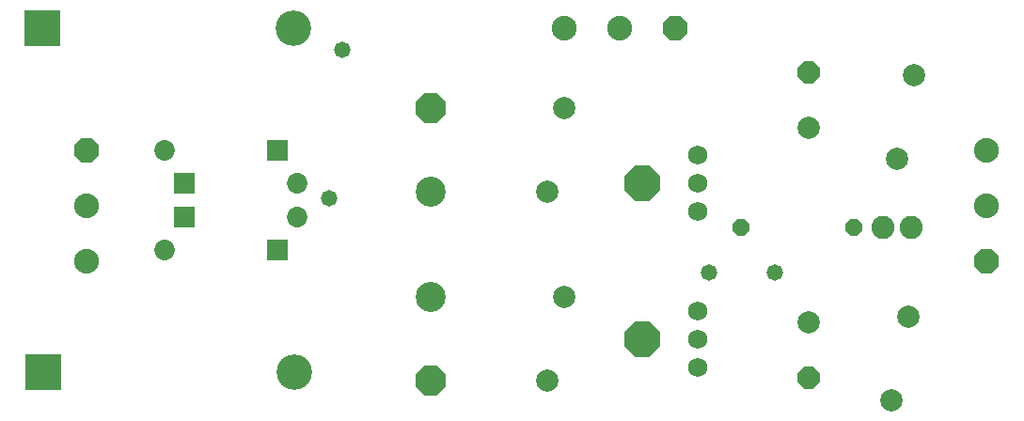
<source format=gbs>
G04*
G04 #@! TF.GenerationSoftware,Altium Limited,Altium Designer,21.6.4 (81)*
G04*
G04 Layer_Color=16711935*
%FSLAX25Y25*%
%MOIN*%
G70*
G04*
G04 #@! TF.SameCoordinates,808F6F8F-79D6-47D4-AB02-9EDB2B229DA2*
G04*
G04*
G04 #@! TF.FilePolarity,Negative*
G04*
G01*
G75*
%ADD29R,0.12611X0.12611*%
%ADD30C,0.12611*%
%ADD31P,0.13650X8X112.5*%
%ADD32C,0.10642*%
%ADD33P,0.11519X8X292.5*%
%ADD34C,0.08200*%
%ADD35R,0.07296X0.07296*%
%ADD36C,0.07296*%
%ADD37C,0.06800*%
%ADD38P,0.06494X8X22.5*%
%ADD39C,0.08800*%
%ADD40P,0.09525X8X202.5*%
%ADD41P,0.09525X8X292.5*%
%ADD42C,0.07887*%
%ADD43P,0.08537X8X292.5*%
%ADD44C,0.05800*%
D29*
X8189Y23622D02*
D03*
X7874Y145669D02*
D03*
D30*
X97181Y23622D02*
D03*
X96866Y145669D02*
D03*
D31*
X220472Y90551D02*
D03*
Y35433D02*
D03*
D32*
X145669Y87598D02*
D03*
Y50197D02*
D03*
D33*
Y117126D02*
D03*
Y20669D02*
D03*
D34*
X306024Y74803D02*
D03*
X316024D02*
D03*
D35*
X58240Y90551D02*
D03*
X91366Y102362D02*
D03*
Y66929D02*
D03*
X58240Y78740D02*
D03*
D36*
X98240Y90551D02*
D03*
X51366Y102362D02*
D03*
Y66929D02*
D03*
X98240Y78740D02*
D03*
D37*
X240158Y45433D02*
D03*
Y25433D02*
D03*
Y35433D02*
D03*
Y100551D02*
D03*
Y80551D02*
D03*
Y90551D02*
D03*
D38*
X295590Y74803D02*
D03*
X255591D02*
D03*
D39*
X342520Y102362D02*
D03*
Y82677D02*
D03*
X23622Y62992D02*
D03*
Y82677D02*
D03*
X192913Y145669D02*
D03*
X212598D02*
D03*
D40*
X342520Y62992D02*
D03*
X23622Y102362D02*
D03*
D41*
X232283Y145669D02*
D03*
D42*
X316929Y128937D02*
D03*
X311024Y99410D02*
D03*
X309055Y13780D02*
D03*
X314961Y43307D02*
D03*
X187008Y87598D02*
D03*
X192913Y117126D02*
D03*
X187008Y20669D02*
D03*
X192913Y50197D02*
D03*
X279528Y110236D02*
D03*
Y41339D02*
D03*
D43*
Y129921D02*
D03*
Y21654D02*
D03*
D44*
X109435Y85148D02*
D03*
X267717Y59055D02*
D03*
X244094D02*
D03*
X114173Y137795D02*
D03*
M02*

</source>
